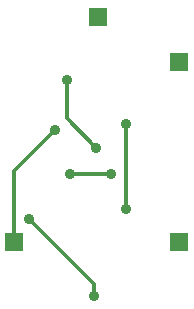
<source format=gbl>
G04 #@! TF.FileFunction,Copper,L2,Bot,Mixed*
%FSLAX46Y46*%
G04 Gerber Fmt 4.6, Leading zero omitted, Abs format (unit mm)*
G04 Created by KiCad (PCBNEW (2015-10-08 BZR 6256, Git 7d5cb75)-product) date Fri 09 Oct 2015 09:14:55 PM CEST*
%MOMM*%
G01*
G04 APERTURE LIST*
%ADD10C,0.100000*%
%ADD11R,1.650000X1.650000*%
%ADD12C,0.889000*%
%ADD13C,0.304800*%
G04 APERTURE END LIST*
D10*
D11*
X184900000Y-25400000D03*
X191770000Y-29210000D03*
X177800000Y-44450000D03*
X191770000Y-44450000D03*
D12*
X182250000Y-30750000D03*
X184750000Y-36500000D03*
X187250000Y-41678310D03*
X187250000Y-34500000D03*
X186000000Y-38750000D03*
X182500000Y-38750000D03*
X181250000Y-35000000D03*
X184509699Y-49070442D03*
X179000000Y-42500000D03*
D13*
X184750000Y-36500000D02*
X182250000Y-34000000D01*
X182250000Y-34000000D02*
X182250000Y-30750000D01*
X187250000Y-34500000D02*
X187250000Y-41678310D01*
X182500000Y-38750000D02*
X186000000Y-38750000D01*
X181250000Y-35000000D02*
X177800000Y-38450000D01*
X177800000Y-38450000D02*
X177800000Y-44450000D01*
X179000000Y-42500000D02*
X184509699Y-48009699D01*
X184509699Y-48009699D02*
X184509699Y-49070442D01*
M02*

</source>
